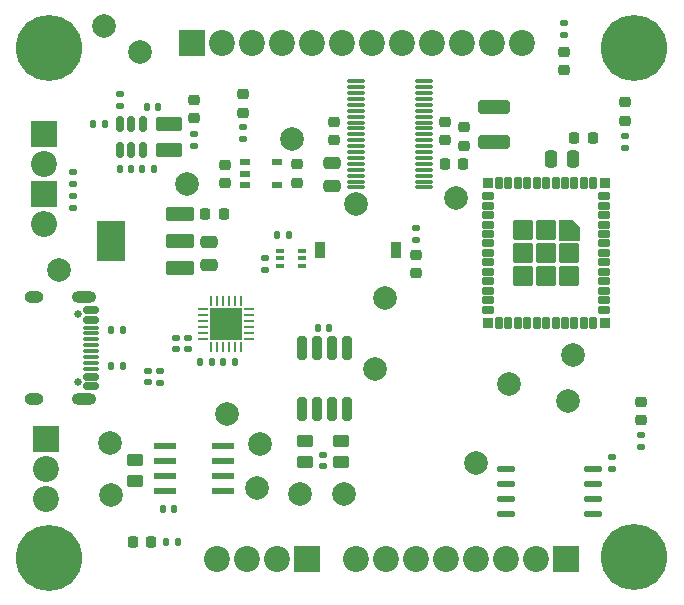
<source format=gts>
G04 #@! TF.GenerationSoftware,KiCad,Pcbnew,7.0.7*
G04 #@! TF.CreationDate,2024-09-25T18:01:09-07:00*
G04 #@! TF.ProjectId,LAF Board Proto V1.0,4c414620-426f-4617-9264-2050726f746f,rev?*
G04 #@! TF.SameCoordinates,Original*
G04 #@! TF.FileFunction,Soldermask,Top*
G04 #@! TF.FilePolarity,Negative*
%FSLAX46Y46*%
G04 Gerber Fmt 4.6, Leading zero omitted, Abs format (unit mm)*
G04 Created by KiCad (PCBNEW 7.0.7) date 2024-09-25 18:01:09*
%MOMM*%
%LPD*%
G01*
G04 APERTURE LIST*
G04 Aperture macros list*
%AMRoundRect*
0 Rectangle with rounded corners*
0 $1 Rounding radius*
0 $2 $3 $4 $5 $6 $7 $8 $9 X,Y pos of 4 corners*
0 Add a 4 corners polygon primitive as box body*
4,1,4,$2,$3,$4,$5,$6,$7,$8,$9,$2,$3,0*
0 Add four circle primitives for the rounded corners*
1,1,$1+$1,$2,$3*
1,1,$1+$1,$4,$5*
1,1,$1+$1,$6,$7*
1,1,$1+$1,$8,$9*
0 Add four rect primitives between the rounded corners*
20,1,$1+$1,$2,$3,$4,$5,0*
20,1,$1+$1,$4,$5,$6,$7,0*
20,1,$1+$1,$6,$7,$8,$9,0*
20,1,$1+$1,$8,$9,$2,$3,0*%
G04 Aperture macros list end*
%ADD10C,0.010000*%
%ADD11R,2.200000X2.200000*%
%ADD12C,2.200000*%
%ADD13RoundRect,0.250000X-0.850000X0.375000X-0.850000X-0.375000X0.850000X-0.375000X0.850000X0.375000X0*%
%ADD14RoundRect,0.135000X-0.135000X-0.185000X0.135000X-0.185000X0.135000X0.185000X-0.135000X0.185000X0*%
%ADD15RoundRect,0.135000X0.185000X-0.135000X0.185000X0.135000X-0.185000X0.135000X-0.185000X-0.135000X0*%
%ADD16RoundRect,0.140000X-0.170000X0.140000X-0.170000X-0.140000X0.170000X-0.140000X0.170000X0.140000X0*%
%ADD17RoundRect,0.175750X-0.221250X0.801250X-0.221250X-0.801250X0.221250X-0.801250X0.221250X0.801250X0*%
%ADD18RoundRect,0.250000X-1.100000X0.325000X-1.100000X-0.325000X1.100000X-0.325000X1.100000X0.325000X0*%
%ADD19RoundRect,0.250000X-0.450000X0.262500X-0.450000X-0.262500X0.450000X-0.262500X0.450000X0.262500X0*%
%ADD20RoundRect,0.135000X-0.185000X0.135000X-0.185000X-0.135000X0.185000X-0.135000X0.185000X0.135000X0*%
%ADD21R,0.952500X0.508000*%
%ADD22RoundRect,0.075000X0.662500X0.075000X-0.662500X0.075000X-0.662500X-0.075000X0.662500X-0.075000X0*%
%ADD23RoundRect,0.218750X0.256250X-0.218750X0.256250X0.218750X-0.256250X0.218750X-0.256250X-0.218750X0*%
%ADD24RoundRect,0.140000X-0.140000X-0.170000X0.140000X-0.170000X0.140000X0.170000X-0.140000X0.170000X0*%
%ADD25RoundRect,0.225000X-0.250000X0.225000X-0.250000X-0.225000X0.250000X-0.225000X0.250000X0.225000X0*%
%ADD26RoundRect,0.250000X0.450000X-0.262500X0.450000X0.262500X-0.450000X0.262500X-0.450000X-0.262500X0*%
%ADD27RoundRect,0.135000X0.135000X0.185000X-0.135000X0.185000X-0.135000X-0.185000X0.135000X-0.185000X0*%
%ADD28RoundRect,0.062500X-0.350000X-0.062500X0.350000X-0.062500X0.350000X0.062500X-0.350000X0.062500X0*%
%ADD29RoundRect,0.062500X-0.062500X-0.350000X0.062500X-0.350000X0.062500X0.350000X-0.062500X0.350000X0*%
%ADD30R,2.700000X2.700000*%
%ADD31C,5.600000*%
%ADD32RoundRect,0.218750X-0.256250X0.218750X-0.256250X-0.218750X0.256250X-0.218750X0.256250X0.218750X0*%
%ADD33C,0.650000*%
%ADD34RoundRect,0.150000X-0.500000X0.150000X-0.500000X-0.150000X0.500000X-0.150000X0.500000X0.150000X0*%
%ADD35RoundRect,0.075000X-0.575000X0.075000X-0.575000X-0.075000X0.575000X-0.075000X0.575000X0.075000X0*%
%ADD36O,2.100000X1.000000*%
%ADD37O,1.600000X1.000000*%
%ADD38RoundRect,0.140000X0.140000X0.170000X-0.140000X0.170000X-0.140000X-0.170000X0.140000X-0.170000X0*%
%ADD39RoundRect,0.133350X-0.615950X-0.133350X0.615950X-0.133350X0.615950X0.133350X-0.615950X0.133350X0*%
%ADD40RoundRect,0.140000X0.170000X-0.140000X0.170000X0.140000X-0.170000X0.140000X-0.170000X-0.140000X0*%
%ADD41R,0.650000X0.400000*%
%ADD42R,0.889000X1.397000*%
%ADD43RoundRect,0.225000X-0.225000X-0.250000X0.225000X-0.250000X0.225000X0.250000X-0.225000X0.250000X0*%
%ADD44RoundRect,0.250000X-0.475000X0.250000X-0.475000X-0.250000X0.475000X-0.250000X0.475000X0.250000X0*%
%ADD45RoundRect,0.150000X0.150000X-0.512500X0.150000X0.512500X-0.150000X0.512500X-0.150000X-0.512500X0*%
%ADD46R,1.981200X0.540800*%
%ADD47RoundRect,0.250000X0.250000X0.475000X-0.250000X0.475000X-0.250000X-0.475000X0.250000X-0.475000X0*%
%ADD48RoundRect,0.102000X-0.200000X0.400000X-0.200000X-0.400000X0.200000X-0.400000X0.200000X0.400000X0*%
%ADD49RoundRect,0.102000X-0.400000X0.200000X-0.400000X-0.200000X0.400000X-0.200000X0.400000X0.200000X0*%
%ADD50RoundRect,0.102000X-0.725000X0.725000X-0.725000X-0.725000X0.725000X-0.725000X0.725000X0.725000X0*%
%ADD51RoundRect,0.102000X-0.350000X0.350000X-0.350000X-0.350000X0.350000X-0.350000X0.350000X0.350000X0*%
%ADD52RoundRect,0.250000X0.475000X-0.250000X0.475000X0.250000X-0.475000X0.250000X-0.475000X-0.250000X0*%
%ADD53RoundRect,0.218750X-0.218750X-0.256250X0.218750X-0.256250X0.218750X0.256250X-0.218750X0.256250X0*%
%ADD54RoundRect,0.102000X1.075000X0.475000X-1.075000X0.475000X-1.075000X-0.475000X1.075000X-0.475000X0*%
%ADD55RoundRect,0.102000X1.075000X1.625000X-1.075000X1.625000X-1.075000X-1.625000X1.075000X-1.625000X0*%
%ADD56C,2.000000*%
%ADD57O,2.200000X2.200000*%
G04 APERTURE END LIST*
D10*
X74045000Y-44425000D02*
X74045000Y-45475000D01*
X72395000Y-45475000D01*
X72395000Y-43825000D01*
X73445000Y-43825000D01*
X74045000Y-44425000D01*
G36*
X74045000Y-44425000D02*
G01*
X74045000Y-45475000D01*
X72395000Y-45475000D01*
X72395000Y-43825000D01*
X73445000Y-43825000D01*
X74045000Y-44425000D01*
G37*
D11*
X72930000Y-72530000D03*
D12*
X70390000Y-72530000D03*
X67850000Y-72530000D03*
X65310000Y-72530000D03*
X62770000Y-72530000D03*
X60230000Y-72530000D03*
X57690000Y-72530000D03*
X55150000Y-72530000D03*
D11*
X51050000Y-72520000D03*
D12*
X48510000Y-72520000D03*
X45970000Y-72520000D03*
X43430000Y-72520000D03*
X28910000Y-67460000D03*
X28910000Y-64920000D03*
D11*
X28910000Y-62380000D03*
D13*
X39300000Y-35715000D03*
X39300000Y-37865000D03*
D14*
X32930001Y-35655000D03*
X33950001Y-35655000D03*
D15*
X35200001Y-34180000D03*
X35200001Y-33160000D03*
X79270000Y-63071250D03*
X79270000Y-62051250D03*
D16*
X39940000Y-53797500D03*
X39940000Y-54757500D03*
D15*
X47470000Y-48040000D03*
X47470000Y-47020000D03*
D17*
X54385000Y-54635000D03*
X53115000Y-54635000D03*
X51845000Y-54635000D03*
X50575000Y-54635000D03*
X50575000Y-59805000D03*
X51845000Y-59805000D03*
X53115000Y-59805000D03*
X54385000Y-59805000D03*
D18*
X66840000Y-34265000D03*
X66840000Y-37215000D03*
D16*
X38549999Y-56630000D03*
X38549999Y-57590000D03*
D14*
X48460000Y-45090000D03*
X49480000Y-45090000D03*
D19*
X53880000Y-62492500D03*
X53880000Y-64317500D03*
D20*
X72810000Y-27160000D03*
X72810000Y-28180000D03*
D21*
X45762050Y-38930040D03*
X45762050Y-39880000D03*
X45762050Y-40829960D03*
X48517950Y-40829960D03*
X48517950Y-38930040D03*
D22*
X60922500Y-41060000D03*
X60922500Y-40560000D03*
X60922500Y-40060000D03*
X60922500Y-39560000D03*
X60922500Y-39060000D03*
X60922500Y-38560000D03*
X60922500Y-38060000D03*
X60922500Y-37560000D03*
X60922500Y-37060000D03*
X60922500Y-36560000D03*
X60922500Y-36060000D03*
X60922500Y-35560000D03*
X60922500Y-35060000D03*
X60922500Y-34560000D03*
X60922500Y-34060000D03*
X60922500Y-33560000D03*
X60922500Y-33060000D03*
X60922500Y-32560000D03*
X60922500Y-32060000D03*
X55197500Y-32060000D03*
X55197500Y-32560000D03*
X55197500Y-33060000D03*
X55197500Y-33560000D03*
X55197500Y-34060000D03*
X55197500Y-34560000D03*
X55197500Y-35060000D03*
X55197500Y-35560000D03*
X55197500Y-36060000D03*
X55197500Y-36560000D03*
X55197500Y-37060000D03*
X55197500Y-37560000D03*
X55197500Y-38060000D03*
X55197500Y-38560000D03*
X55197500Y-39060000D03*
X55197500Y-39560000D03*
X55197500Y-40060000D03*
X55197500Y-40560000D03*
X55197500Y-41060000D03*
D23*
X72810000Y-31145000D03*
X72810000Y-29570000D03*
D24*
X35200001Y-39530000D03*
X36160001Y-39530000D03*
D25*
X64310000Y-35965000D03*
X64310000Y-37515000D03*
D26*
X36490000Y-65922500D03*
X36490000Y-64097500D03*
D27*
X43020001Y-55807500D03*
X42000001Y-55807500D03*
D28*
X42207500Y-51360000D03*
X42207500Y-51860000D03*
X42207500Y-52360000D03*
X42207500Y-52860000D03*
X42207500Y-53360000D03*
X42207500Y-53860000D03*
D29*
X42920000Y-54572500D03*
X43420000Y-54572500D03*
X43920000Y-54572500D03*
X44420000Y-54572500D03*
X44920000Y-54572500D03*
X45420000Y-54572500D03*
D28*
X46132500Y-53860000D03*
X46132500Y-53360000D03*
X46132500Y-52860000D03*
X46132500Y-52360000D03*
X46132500Y-51860000D03*
X46132500Y-51360000D03*
D29*
X45420000Y-50647500D03*
X44920000Y-50647500D03*
X44420000Y-50647500D03*
X43920000Y-50647500D03*
X43420000Y-50647500D03*
X42920000Y-50647500D03*
D30*
X44170000Y-52610000D03*
D25*
X60215001Y-46745318D03*
X60215001Y-48295318D03*
D20*
X60215450Y-44480318D03*
X60215450Y-45500318D03*
D25*
X50170000Y-39095000D03*
X50170000Y-40645000D03*
D31*
X29210000Y-29210000D03*
D26*
X50860000Y-64320000D03*
X50860000Y-62495000D03*
D20*
X31200000Y-39720002D03*
X31200000Y-40740002D03*
D27*
X40130000Y-71050000D03*
X39110000Y-71050000D03*
D32*
X45640001Y-33142502D03*
X45640001Y-34717502D03*
X41460000Y-33645000D03*
X41460000Y-35220000D03*
D25*
X62730000Y-35515000D03*
X62730000Y-37065000D03*
D32*
X79270000Y-59193751D03*
X79270000Y-60768751D03*
D31*
X29210000Y-72390000D03*
D27*
X44970000Y-55817500D03*
X43950000Y-55817500D03*
D33*
X31620000Y-51780000D03*
X31620000Y-57560000D03*
D34*
X32760000Y-51470000D03*
X32760000Y-52270000D03*
D35*
X32760000Y-53420000D03*
X32760000Y-54420000D03*
X32760000Y-54920000D03*
X32760000Y-55920000D03*
D34*
X32760000Y-57070000D03*
X32760000Y-57870000D03*
X32760000Y-57870000D03*
X32760000Y-57070000D03*
D35*
X32760000Y-56420000D03*
X32760000Y-55420000D03*
X32760000Y-53920000D03*
X32760000Y-52920000D03*
D34*
X32760000Y-52270000D03*
X32760000Y-51470000D03*
D36*
X32120000Y-50350000D03*
D37*
X27940000Y-50350000D03*
D36*
X32120000Y-58990000D03*
D37*
X27940000Y-58990000D03*
D38*
X39790000Y-68250000D03*
X38830000Y-68250000D03*
D31*
X78740000Y-29210000D03*
D39*
X67882400Y-64875000D03*
X67882400Y-66145000D03*
X67882400Y-67415000D03*
X67882400Y-68685000D03*
X75197600Y-68685000D03*
X75197600Y-67415000D03*
X75197600Y-66145000D03*
X75197600Y-64875000D03*
D40*
X76850000Y-64860000D03*
X76850000Y-63900000D03*
D25*
X44100001Y-39155001D03*
X44100001Y-40705001D03*
D41*
X48710000Y-46410000D03*
X48710000Y-47060000D03*
X48710000Y-47710000D03*
X50610000Y-47710000D03*
X50610000Y-47060000D03*
X50610000Y-46410000D03*
D15*
X41460000Y-37519999D03*
X41460000Y-36499999D03*
D42*
X52094999Y-46390318D03*
X58595001Y-46390318D03*
D43*
X42410000Y-43300000D03*
X43960000Y-43300000D03*
D44*
X42710000Y-45690000D03*
X42710000Y-47590000D03*
D20*
X31190000Y-41760000D03*
X31190000Y-42780000D03*
D14*
X34400000Y-56180000D03*
X35420000Y-56180000D03*
D25*
X53330000Y-35515000D03*
X53330000Y-37065000D03*
D14*
X34410000Y-53140000D03*
X35430000Y-53140000D03*
D45*
X35200000Y-37930000D03*
X36150000Y-37930000D03*
X37100000Y-37930000D03*
X37100000Y-35655000D03*
X36150000Y-35655000D03*
X35200000Y-35655000D03*
D15*
X45640000Y-36940000D03*
X45640000Y-35920000D03*
D16*
X52370000Y-63707500D03*
X52370000Y-64667500D03*
D46*
X43904999Y-66795000D03*
X43904999Y-65525000D03*
X43904999Y-64255000D03*
X43904999Y-62985000D03*
X38975001Y-62985000D03*
X38975001Y-64255000D03*
X38975001Y-65525000D03*
X38975001Y-66795000D03*
D15*
X77960000Y-37710000D03*
X77960000Y-36690000D03*
D47*
X73550000Y-38650000D03*
X71650000Y-38650000D03*
D38*
X38040000Y-39530000D03*
X37080000Y-39530000D03*
D16*
X37540000Y-56610000D03*
X37540000Y-57570000D03*
D48*
X75270000Y-40700000D03*
X74470000Y-40700000D03*
X73670000Y-40700000D03*
X72870000Y-40700000D03*
X72070000Y-40700000D03*
X71270000Y-40700000D03*
X70470000Y-40700000D03*
X69670000Y-40700000D03*
X68870000Y-40700000D03*
X68070000Y-40700000D03*
X67270000Y-40700000D03*
D49*
X66370000Y-41800000D03*
X66370000Y-42600000D03*
X66370000Y-43400000D03*
X66370000Y-44200000D03*
X66370000Y-45000000D03*
X66370000Y-45800000D03*
X66370000Y-46600000D03*
X66370000Y-47400000D03*
X66370000Y-48200000D03*
X66370000Y-49000000D03*
X66370000Y-49800000D03*
X66370000Y-50600000D03*
X66370000Y-51400000D03*
D48*
X67270000Y-52500000D03*
X68070000Y-52500000D03*
X68870000Y-52500000D03*
X69670000Y-52500000D03*
X70470000Y-52500000D03*
X71270000Y-52500000D03*
X72070000Y-52500000D03*
X72870000Y-52500000D03*
X73670000Y-52500000D03*
X74470000Y-52500000D03*
X75270000Y-52500000D03*
D49*
X76170000Y-51400000D03*
X76170000Y-50600000D03*
X76170000Y-49800000D03*
X76170000Y-49000000D03*
X76170000Y-48200000D03*
X76170000Y-47400000D03*
X76170000Y-46600000D03*
X76170000Y-45800000D03*
X76170000Y-45000000D03*
X76170000Y-44200000D03*
X76170000Y-43400000D03*
X76170000Y-42600000D03*
X76170000Y-41800000D03*
D50*
X71270000Y-46600000D03*
D51*
X76220000Y-52550000D03*
X66320000Y-52550000D03*
X66320000Y-40650000D03*
X76220000Y-40650000D03*
D50*
X71270000Y-44650000D03*
X69320000Y-44650000D03*
X69320000Y-46600000D03*
X69320000Y-48550000D03*
X71270000Y-48550000D03*
X73220000Y-48550000D03*
X73220000Y-46600000D03*
D52*
X53140000Y-40900000D03*
X53140000Y-39000000D03*
D31*
X78740000Y-72380000D03*
D32*
X77960000Y-33822500D03*
X77960000Y-35397500D03*
D53*
X36272501Y-71050000D03*
X37847501Y-71050000D03*
D24*
X51950000Y-52940000D03*
X52910000Y-52940000D03*
D43*
X62695000Y-39060000D03*
X64245000Y-39060000D03*
D24*
X37460000Y-34220000D03*
X38420000Y-34220000D03*
D16*
X40980001Y-53797500D03*
X40980001Y-54757500D03*
D54*
X40230000Y-47900000D03*
X40230000Y-45600000D03*
X40230000Y-43300000D03*
D55*
X34430000Y-45600000D03*
D43*
X73655000Y-36850000D03*
X75205000Y-36850000D03*
D56*
X73540000Y-55260000D03*
X34410000Y-67130000D03*
X34370000Y-62680000D03*
X46810000Y-66500000D03*
X30010000Y-48060000D03*
D57*
X28790000Y-44160000D03*
D11*
X28790000Y-41620000D03*
D12*
X28790000Y-39080000D03*
D11*
X28790000Y-36540000D03*
D56*
X33860000Y-27360000D03*
X73090000Y-59160000D03*
X54170000Y-67000000D03*
X36880000Y-29630000D03*
D11*
X41260000Y-28850000D03*
D12*
X43800000Y-28850000D03*
X46340000Y-28850000D03*
X48880000Y-28850000D03*
X51420000Y-28850000D03*
X53960000Y-28850000D03*
X56500000Y-28850000D03*
X59040000Y-28850000D03*
X61580000Y-28850000D03*
X64120000Y-28850000D03*
X66660000Y-28850000D03*
X69200000Y-28850000D03*
D56*
X49750000Y-36960000D03*
X50450000Y-67000000D03*
X55190000Y-42440001D03*
X56810000Y-56400000D03*
X44280000Y-60270000D03*
X68090000Y-57670000D03*
X65330000Y-64400000D03*
X40840000Y-40770000D03*
X63670000Y-41940000D03*
X57640000Y-50440000D03*
X47070000Y-62810000D03*
M02*

</source>
